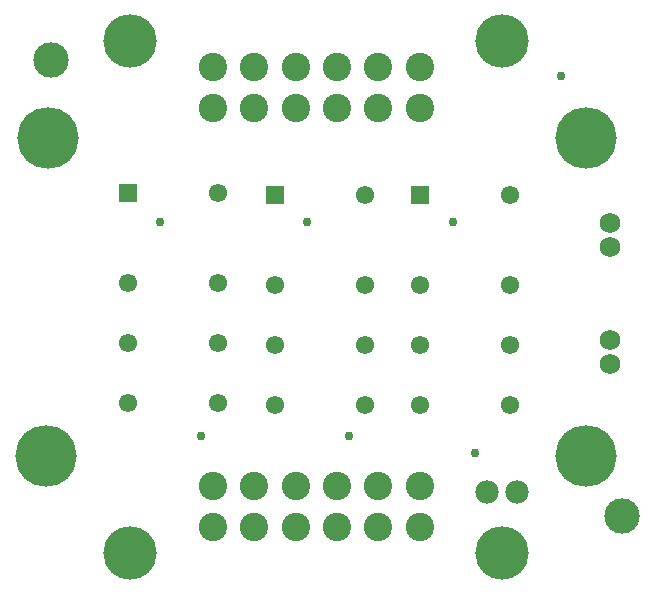
<source format=gbs>
G04*
G04 #@! TF.GenerationSoftware,Altium Limited,Altium Designer,21.1.1 (26)*
G04*
G04 Layer_Color=16711935*
%FSLAX25Y25*%
%MOIN*%
G70*
G04*
G04 #@! TF.SameCoordinates,BF935737-4819-41B5-9F27-83029170D06B*
G04*
G04*
G04 #@! TF.FilePolarity,Negative*
G04*
G01*
G75*
%ADD19C,0.11811*%
%ADD24C,0.06102*%
%ADD25R,0.06102X0.06102*%
%ADD26C,0.09461*%
%ADD27C,0.17748*%
%ADD28C,0.02800*%
%ADD29C,0.20485*%
%ADD30C,0.06800*%
%ADD31C,0.07800*%
%ADD32C,0.02965*%
D19*
X111500Y342000D02*
D03*
X302000Y190000D02*
D03*
D24*
X264624Y297000D02*
D03*
Y267000D02*
D03*
Y247000D02*
D03*
Y227000D02*
D03*
X234624Y267000D02*
D03*
Y247000D02*
D03*
Y227000D02*
D03*
X167124Y297500D02*
D03*
Y267500D02*
D03*
Y247500D02*
D03*
Y227500D02*
D03*
X137124Y267500D02*
D03*
Y247500D02*
D03*
Y227500D02*
D03*
X216124Y297000D02*
D03*
Y267000D02*
D03*
Y247000D02*
D03*
Y227000D02*
D03*
X186124Y267000D02*
D03*
Y247000D02*
D03*
Y227000D02*
D03*
D25*
X234624Y297000D02*
D03*
X137124Y297500D02*
D03*
X186124Y297000D02*
D03*
D26*
X234449Y186221D02*
D03*
X220669D02*
D03*
X206890D02*
D03*
X193110D02*
D03*
X179331D02*
D03*
X165551D02*
D03*
X234449Y200000D02*
D03*
X220669D02*
D03*
X206890D02*
D03*
X193110D02*
D03*
X179331D02*
D03*
X165551D02*
D03*
X165551Y339779D02*
D03*
X179331D02*
D03*
X193110D02*
D03*
X206890D02*
D03*
X220669D02*
D03*
X234449D02*
D03*
X165551Y326000D02*
D03*
X179331D02*
D03*
X193110D02*
D03*
X206890D02*
D03*
X220669D02*
D03*
X234449D02*
D03*
D27*
X137992Y177559D02*
D03*
X262008D02*
D03*
Y348441D02*
D03*
X137992D02*
D03*
D28*
X296000Y310000D02*
D03*
X284000D02*
D03*
Y322000D02*
D03*
X281500Y316000D02*
D03*
X290000Y307500D02*
D03*
X296000Y322000D02*
D03*
X298500Y316000D02*
D03*
X290000Y324500D02*
D03*
X116500Y310000D02*
D03*
X104500D02*
D03*
Y322000D02*
D03*
X102000Y316000D02*
D03*
X110500Y307500D02*
D03*
X116500Y322000D02*
D03*
X119000Y316000D02*
D03*
X110500Y324500D02*
D03*
X116000Y204000D02*
D03*
X104000D02*
D03*
Y216000D02*
D03*
X101500Y210000D02*
D03*
X110000Y201500D02*
D03*
X116000Y216000D02*
D03*
X118500Y210000D02*
D03*
X110000Y218500D02*
D03*
X296000Y204000D02*
D03*
X284000D02*
D03*
Y216000D02*
D03*
X281500Y210000D02*
D03*
X290000Y201500D02*
D03*
X296000Y216000D02*
D03*
X298500Y210000D02*
D03*
X290000Y218500D02*
D03*
D29*
Y316000D02*
D03*
X110500D02*
D03*
X110000Y210000D02*
D03*
X290000D02*
D03*
D30*
X298000Y248500D02*
D03*
Y240626D02*
D03*
Y287500D02*
D03*
Y279626D02*
D03*
D31*
X267000Y198000D02*
D03*
X257000D02*
D03*
D32*
X281500Y336500D02*
D03*
X253000Y211000D02*
D03*
X245500Y288000D02*
D03*
X211000Y216500D02*
D03*
X161500D02*
D03*
X148000Y288000D02*
D03*
X197000D02*
D03*
M02*

</source>
